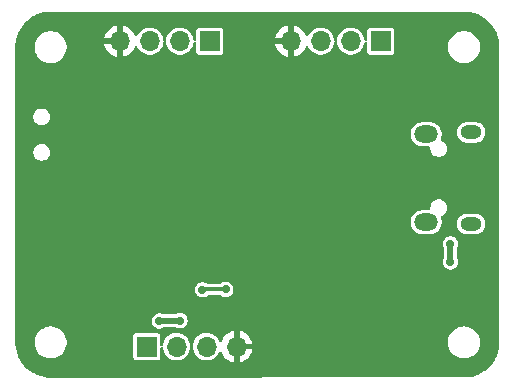
<source format=gbr>
%TF.GenerationSoftware,KiCad,Pcbnew,8.0.4*%
%TF.CreationDate,2024-08-10T16:36:54+03:00*%
%TF.ProjectId,KiCad_Course,4b694361-645f-4436-9f75-7273652e6b69,rev?*%
%TF.SameCoordinates,Original*%
%TF.FileFunction,Copper,L2,Bot*%
%TF.FilePolarity,Positive*%
%FSLAX46Y46*%
G04 Gerber Fmt 4.6, Leading zero omitted, Abs format (unit mm)*
G04 Created by KiCad (PCBNEW 8.0.4) date 2024-08-10 16:36:54*
%MOMM*%
%LPD*%
G01*
G04 APERTURE LIST*
%TA.AperFunction,ComponentPad*%
%ADD10R,1.700000X1.700000*%
%TD*%
%TA.AperFunction,ComponentPad*%
%ADD11O,1.700000X1.700000*%
%TD*%
%TA.AperFunction,ComponentPad*%
%ADD12O,1.800000X1.150000*%
%TD*%
%TA.AperFunction,ComponentPad*%
%ADD13O,2.000000X1.450000*%
%TD*%
%TA.AperFunction,ViaPad*%
%ADD14C,0.700000*%
%TD*%
%TA.AperFunction,ViaPad*%
%ADD15C,0.800000*%
%TD*%
%TA.AperFunction,Conductor*%
%ADD16C,0.300000*%
%TD*%
%TA.AperFunction,Conductor*%
%ADD17C,0.500000*%
%TD*%
G04 APERTURE END LIST*
D10*
%TO.P,J2,1,Pin_1*%
%TO.N,+3.3V*%
X143800000Y-91750000D03*
D11*
%TO.P,J2,2,Pin_2*%
%TO.N,/SWDIO*%
X141260000Y-91750000D03*
%TO.P,J2,3,Pin_3*%
%TO.N,/SWCLK*%
X138720000Y-91750000D03*
%TO.P,J2,4,Pin_4*%
%TO.N,GND*%
X136180000Y-91750000D03*
%TD*%
D10*
%TO.P,J4,1,Pin_1*%
%TO.N,+3.3V*%
X123970000Y-117600000D03*
D11*
%TO.P,J4,2,Pin_2*%
%TO.N,/I2C2_SCL*%
X126510000Y-117600000D03*
%TO.P,J4,3,Pin_3*%
%TO.N,/I2C2_SDA*%
X129050000Y-117600000D03*
%TO.P,J4,4,Pin_4*%
%TO.N,GND*%
X131590000Y-117600000D03*
%TD*%
D12*
%TO.P,J1,6,Shield*%
%TO.N,unconnected-(J1-Shield-Pad6)*%
X151450000Y-107225000D03*
D13*
%TO.N,unconnected-(J1-Shield-Pad6)_2*%
X147650000Y-107075000D03*
%TO.N,unconnected-(J1-Shield-Pad6)_1*%
X147650000Y-99625000D03*
D12*
%TO.N,unconnected-(J1-Shield-Pad6)_3*%
X151450000Y-99475000D03*
%TD*%
D10*
%TO.P,J3,1,Pin_1*%
%TO.N,+3.3V*%
X129330000Y-91750000D03*
D11*
%TO.P,J3,2,Pin_2*%
%TO.N,/USART1_TX*%
X126790000Y-91750000D03*
%TO.P,J3,3,Pin_3*%
%TO.N,/USART1_RX*%
X124250000Y-91750000D03*
%TO.P,J3,4,Pin_4*%
%TO.N,GND*%
X121710000Y-91750000D03*
%TD*%
D14*
%TO.N,+3.3V*%
X149700000Y-110450000D03*
X128703669Y-112798130D03*
X125050000Y-115450000D03*
X149700000Y-108900000D03*
X126800000Y-115400000D03*
X130669975Y-112769975D03*
%TO.N,GND*%
X146350000Y-102050000D03*
X136650000Y-102750000D03*
X132100000Y-107600000D03*
D15*
X141850000Y-111600000D03*
X145400000Y-112250000D03*
X141200000Y-107100000D03*
X140800000Y-111650000D03*
D14*
X127600000Y-101900000D03*
X150650000Y-109700000D03*
X127600000Y-105700000D03*
X123900000Y-100150000D03*
X122200000Y-111250000D03*
X117300000Y-96450000D03*
X122200000Y-108040000D03*
X122400000Y-101150000D03*
D15*
X141200000Y-108000000D03*
D14*
X128605025Y-110405025D03*
X120700000Y-100800000D03*
X123285037Y-103799202D03*
X119600000Y-106300000D03*
%TD*%
D16*
%TO.N,+3.3V*%
X128731824Y-112769975D02*
X128703669Y-112798130D01*
D17*
X125100000Y-115400000D02*
X125050000Y-115450000D01*
X126800000Y-115400000D02*
X125100000Y-115400000D01*
D16*
X130669975Y-112769975D02*
X128731824Y-112769975D01*
D17*
X149700000Y-110450000D02*
X149700000Y-108900000D01*
%TD*%
%TA.AperFunction,Conductor*%
%TO.N,GND*%
G36*
X150850855Y-89250011D02*
G01*
X151012269Y-89252274D01*
X151024390Y-89253041D01*
X151328553Y-89287312D01*
X151345992Y-89289277D01*
X151359700Y-89291606D01*
X151674366Y-89363426D01*
X151687725Y-89367273D01*
X151992392Y-89473881D01*
X152005228Y-89479199D01*
X152296025Y-89619239D01*
X152308195Y-89625965D01*
X152581486Y-89797685D01*
X152592827Y-89805732D01*
X152845173Y-90006971D01*
X152855541Y-90016237D01*
X153083762Y-90244458D01*
X153093028Y-90254826D01*
X153294267Y-90507172D01*
X153302314Y-90518513D01*
X153474034Y-90791804D01*
X153480760Y-90803974D01*
X153620798Y-91094766D01*
X153626120Y-91107613D01*
X153732725Y-91412272D01*
X153736574Y-91425635D01*
X153800911Y-91707516D01*
X153804020Y-91734907D01*
X153845597Y-117429308D01*
X153844817Y-117443393D01*
X153810722Y-117745992D01*
X153808393Y-117759700D01*
X153736573Y-118074366D01*
X153732724Y-118087729D01*
X153626120Y-118392386D01*
X153620798Y-118405233D01*
X153480760Y-118696025D01*
X153474034Y-118708195D01*
X153302314Y-118981486D01*
X153294267Y-118992827D01*
X153093028Y-119245173D01*
X153083762Y-119255541D01*
X152855541Y-119483762D01*
X152845173Y-119493028D01*
X152592827Y-119694267D01*
X152581486Y-119702314D01*
X152308195Y-119874034D01*
X152296025Y-119880760D01*
X152005233Y-120020798D01*
X151992386Y-120026120D01*
X151687726Y-120132725D01*
X151674362Y-120136574D01*
X151604880Y-120152432D01*
X151577591Y-120155541D01*
X115649267Y-120243171D01*
X115635082Y-120242391D01*
X115354008Y-120210723D01*
X115340298Y-120208394D01*
X115025632Y-120136573D01*
X115012270Y-120132724D01*
X114707613Y-120026120D01*
X114694766Y-120020798D01*
X114403974Y-119880760D01*
X114391804Y-119874034D01*
X114118513Y-119702314D01*
X114107172Y-119694267D01*
X113854826Y-119493028D01*
X113844458Y-119483762D01*
X113616237Y-119255541D01*
X113606971Y-119245173D01*
X113405732Y-118992827D01*
X113397685Y-118981486D01*
X113329788Y-118873429D01*
X113225964Y-118708193D01*
X113219239Y-118696025D01*
X113189513Y-118634298D01*
X113079199Y-118405228D01*
X113073879Y-118392386D01*
X113068987Y-118378406D01*
X112967273Y-118087725D01*
X112963426Y-118074366D01*
X112891606Y-117759700D01*
X112889277Y-117745992D01*
X112883650Y-117696048D01*
X112853041Y-117424390D01*
X112852274Y-117412269D01*
X112850012Y-117250855D01*
X112850000Y-117249117D01*
X112850000Y-117143713D01*
X114499500Y-117143713D01*
X114499500Y-117356286D01*
X114527674Y-117534174D01*
X114532754Y-117566243D01*
X114595612Y-117759700D01*
X114598444Y-117768414D01*
X114694951Y-117957820D01*
X114819890Y-118129786D01*
X114970213Y-118280109D01*
X115142179Y-118405048D01*
X115142181Y-118405049D01*
X115142184Y-118405051D01*
X115331588Y-118501557D01*
X115533757Y-118567246D01*
X115743713Y-118600500D01*
X115743714Y-118600500D01*
X115956286Y-118600500D01*
X115956287Y-118600500D01*
X116166243Y-118567246D01*
X116368412Y-118501557D01*
X116557816Y-118405051D01*
X116594490Y-118378406D01*
X116729786Y-118280109D01*
X116729788Y-118280106D01*
X116729792Y-118280104D01*
X116880104Y-118129792D01*
X116880106Y-118129788D01*
X116880109Y-118129786D01*
X117005048Y-117957820D01*
X117005047Y-117957820D01*
X117005051Y-117957816D01*
X117101557Y-117768412D01*
X117167246Y-117566243D01*
X117200500Y-117356287D01*
X117200500Y-117143713D01*
X117167246Y-116933757D01*
X117101557Y-116731588D01*
X117088077Y-116705131D01*
X122819500Y-116705131D01*
X122819500Y-118494856D01*
X122819502Y-118494882D01*
X122822413Y-118519987D01*
X122822415Y-118519991D01*
X122867793Y-118622764D01*
X122867794Y-118622765D01*
X122947235Y-118702206D01*
X123050009Y-118747585D01*
X123075135Y-118750500D01*
X124864864Y-118750499D01*
X124864879Y-118750497D01*
X124864882Y-118750497D01*
X124889987Y-118747586D01*
X124889988Y-118747585D01*
X124889991Y-118747585D01*
X124992765Y-118702206D01*
X125072206Y-118622765D01*
X125117585Y-118519991D01*
X125120500Y-118494865D01*
X125120499Y-117756046D01*
X125140183Y-117689009D01*
X125192987Y-117643254D01*
X125262146Y-117633310D01*
X125325702Y-117662335D01*
X125363476Y-117721113D01*
X125367970Y-117744606D01*
X125372454Y-117792993D01*
X125374244Y-117812310D01*
X125427675Y-118000099D01*
X125432596Y-118017392D01*
X125432596Y-118017394D01*
X125527632Y-118208253D01*
X125581892Y-118280104D01*
X125656128Y-118378407D01*
X125813698Y-118522052D01*
X125994981Y-118634298D01*
X126193802Y-118711321D01*
X126403390Y-118750500D01*
X126403392Y-118750500D01*
X126616608Y-118750500D01*
X126616610Y-118750500D01*
X126826198Y-118711321D01*
X127025019Y-118634298D01*
X127206302Y-118522052D01*
X127363872Y-118378407D01*
X127492366Y-118208255D01*
X127546270Y-118100000D01*
X127587403Y-118017394D01*
X127587403Y-118017393D01*
X127587405Y-118017389D01*
X127645756Y-117812310D01*
X127656529Y-117696047D01*
X127682315Y-117631111D01*
X127724622Y-117600804D01*
X127833130Y-117600804D01*
X127869503Y-117621668D01*
X127901693Y-117683681D01*
X127903470Y-117696047D01*
X127914244Y-117812310D01*
X127967675Y-118000099D01*
X127972596Y-118017392D01*
X127972596Y-118017394D01*
X128067632Y-118208253D01*
X128121892Y-118280104D01*
X128196128Y-118378407D01*
X128353698Y-118522052D01*
X128534981Y-118634298D01*
X128733802Y-118711321D01*
X128943390Y-118750500D01*
X128943392Y-118750500D01*
X129156608Y-118750500D01*
X129156610Y-118750500D01*
X129366198Y-118711321D01*
X129565019Y-118634298D01*
X129746302Y-118522052D01*
X129903872Y-118378407D01*
X130032366Y-118208255D01*
X130099325Y-118073781D01*
X130146825Y-118022548D01*
X130214488Y-118005126D01*
X130280828Y-118027051D01*
X130322705Y-118076651D01*
X130416399Y-118277578D01*
X130551894Y-118471082D01*
X130718917Y-118638105D01*
X130912421Y-118773600D01*
X131126507Y-118873429D01*
X131126516Y-118873433D01*
X131340000Y-118930634D01*
X131340000Y-118033012D01*
X131397007Y-118065925D01*
X131524174Y-118100000D01*
X131655826Y-118100000D01*
X131782993Y-118065925D01*
X131840000Y-118033012D01*
X131840000Y-118930633D01*
X132053483Y-118873433D01*
X132053492Y-118873429D01*
X132267578Y-118773600D01*
X132461082Y-118638105D01*
X132628105Y-118471082D01*
X132763600Y-118277578D01*
X132863429Y-118063492D01*
X132863432Y-118063486D01*
X132920636Y-117850000D01*
X132023012Y-117850000D01*
X132055925Y-117792993D01*
X132090000Y-117665826D01*
X132090000Y-117534174D01*
X132055925Y-117407007D01*
X132023012Y-117350000D01*
X132920636Y-117350000D01*
X132920635Y-117349999D01*
X132865361Y-117143713D01*
X149499500Y-117143713D01*
X149499500Y-117356286D01*
X149527674Y-117534174D01*
X149532754Y-117566243D01*
X149595612Y-117759700D01*
X149598444Y-117768414D01*
X149694951Y-117957820D01*
X149819890Y-118129786D01*
X149970213Y-118280109D01*
X150142179Y-118405048D01*
X150142181Y-118405049D01*
X150142184Y-118405051D01*
X150331588Y-118501557D01*
X150533757Y-118567246D01*
X150743713Y-118600500D01*
X150743714Y-118600500D01*
X150956286Y-118600500D01*
X150956287Y-118600500D01*
X151166243Y-118567246D01*
X151368412Y-118501557D01*
X151557816Y-118405051D01*
X151594490Y-118378406D01*
X151729786Y-118280109D01*
X151729788Y-118280106D01*
X151729792Y-118280104D01*
X151880104Y-118129792D01*
X151880106Y-118129788D01*
X151880109Y-118129786D01*
X152005048Y-117957820D01*
X152005047Y-117957820D01*
X152005051Y-117957816D01*
X152101557Y-117768412D01*
X152167246Y-117566243D01*
X152200500Y-117356287D01*
X152200500Y-117143713D01*
X152167246Y-116933757D01*
X152101557Y-116731588D01*
X152005051Y-116542184D01*
X152005049Y-116542181D01*
X152005048Y-116542179D01*
X151880109Y-116370213D01*
X151729786Y-116219890D01*
X151557820Y-116094951D01*
X151368414Y-115998444D01*
X151368413Y-115998443D01*
X151368412Y-115998443D01*
X151166243Y-115932754D01*
X151166241Y-115932753D01*
X151166240Y-115932753D01*
X151004957Y-115907208D01*
X150956287Y-115899500D01*
X150743713Y-115899500D01*
X150695042Y-115907208D01*
X150533760Y-115932753D01*
X150533757Y-115932754D01*
X150359780Y-115989283D01*
X150331585Y-115998444D01*
X150142179Y-116094951D01*
X149970213Y-116219890D01*
X149819890Y-116370213D01*
X149694951Y-116542179D01*
X149598444Y-116731585D01*
X149532753Y-116933760D01*
X149499500Y-117143713D01*
X132865361Y-117143713D01*
X132863432Y-117136513D01*
X132863429Y-117136507D01*
X132763600Y-116922422D01*
X132763599Y-116922420D01*
X132628113Y-116728926D01*
X132628108Y-116728920D01*
X132461082Y-116561894D01*
X132267578Y-116426399D01*
X132053492Y-116326570D01*
X132053486Y-116326567D01*
X131840000Y-116269364D01*
X131840000Y-117166988D01*
X131782993Y-117134075D01*
X131655826Y-117100000D01*
X131524174Y-117100000D01*
X131397007Y-117134075D01*
X131340000Y-117166988D01*
X131340000Y-116269364D01*
X131339999Y-116269364D01*
X131126513Y-116326567D01*
X131126507Y-116326570D01*
X130912422Y-116426399D01*
X130912420Y-116426400D01*
X130718926Y-116561886D01*
X130718920Y-116561891D01*
X130551891Y-116728920D01*
X130551886Y-116728926D01*
X130416400Y-116922420D01*
X130416399Y-116922422D01*
X130322705Y-117123348D01*
X130276532Y-117175787D01*
X130209339Y-117194939D01*
X130142457Y-117174723D01*
X130099324Y-117126216D01*
X130032366Y-116991745D01*
X129988577Y-116933760D01*
X129903872Y-116821593D01*
X129746302Y-116677948D01*
X129565019Y-116565702D01*
X129565017Y-116565701D01*
X129465608Y-116527190D01*
X129366198Y-116488679D01*
X129156610Y-116449500D01*
X128943390Y-116449500D01*
X128733802Y-116488679D01*
X128733799Y-116488679D01*
X128733799Y-116488680D01*
X128534982Y-116565701D01*
X128534980Y-116565702D01*
X128353699Y-116677947D01*
X128196127Y-116821593D01*
X128067632Y-116991746D01*
X127972596Y-117182605D01*
X127972596Y-117182607D01*
X127914244Y-117387689D01*
X127903471Y-117503951D01*
X127877685Y-117568888D01*
X127833130Y-117600804D01*
X127724622Y-117600804D01*
X127726869Y-117599194D01*
X127690497Y-117578331D01*
X127658307Y-117516318D01*
X127656529Y-117503951D01*
X127653175Y-117467759D01*
X127645756Y-117387690D01*
X127587405Y-117182611D01*
X127587403Y-117182606D01*
X127587403Y-117182605D01*
X127492367Y-116991746D01*
X127363872Y-116821593D01*
X127206302Y-116677948D01*
X127025019Y-116565702D01*
X127025017Y-116565701D01*
X126925608Y-116527190D01*
X126826198Y-116488679D01*
X126616610Y-116449500D01*
X126403390Y-116449500D01*
X126193802Y-116488679D01*
X126193799Y-116488679D01*
X126193799Y-116488680D01*
X125994982Y-116565701D01*
X125994980Y-116565702D01*
X125813699Y-116677947D01*
X125656127Y-116821593D01*
X125527632Y-116991746D01*
X125432596Y-117182605D01*
X125432596Y-117182607D01*
X125374244Y-117387689D01*
X125367970Y-117455394D01*
X125342183Y-117520331D01*
X125285383Y-117561018D01*
X125215602Y-117564538D01*
X125154995Y-117529772D01*
X125122806Y-117467759D01*
X125120499Y-117443952D01*
X125120499Y-116705143D01*
X125120499Y-116705136D01*
X125120497Y-116705117D01*
X125117586Y-116680012D01*
X125117585Y-116680010D01*
X125117585Y-116680009D01*
X125072206Y-116577235D01*
X124992765Y-116497794D01*
X124972124Y-116488680D01*
X124889992Y-116452415D01*
X124864865Y-116449500D01*
X123075143Y-116449500D01*
X123075117Y-116449502D01*
X123050012Y-116452413D01*
X123050008Y-116452415D01*
X122947235Y-116497793D01*
X122867794Y-116577234D01*
X122822415Y-116680006D01*
X122822415Y-116680008D01*
X122819500Y-116705131D01*
X117088077Y-116705131D01*
X117005051Y-116542184D01*
X117005049Y-116542181D01*
X117005048Y-116542179D01*
X116880109Y-116370213D01*
X116729786Y-116219890D01*
X116557820Y-116094951D01*
X116368414Y-115998444D01*
X116368413Y-115998443D01*
X116368412Y-115998443D01*
X116166243Y-115932754D01*
X116166241Y-115932753D01*
X116166240Y-115932753D01*
X116004957Y-115907208D01*
X115956287Y-115899500D01*
X115743713Y-115899500D01*
X115695042Y-115907208D01*
X115533760Y-115932753D01*
X115533757Y-115932754D01*
X115359780Y-115989283D01*
X115331585Y-115998444D01*
X115142179Y-116094951D01*
X114970213Y-116219890D01*
X114819890Y-116370213D01*
X114694951Y-116542179D01*
X114598444Y-116731585D01*
X114532753Y-116933760D01*
X114499500Y-117143713D01*
X112850000Y-117143713D01*
X112850000Y-115449999D01*
X124394722Y-115449999D01*
X124394722Y-115450000D01*
X124413762Y-115606818D01*
X124450818Y-115704524D01*
X124469780Y-115754523D01*
X124559517Y-115884530D01*
X124677760Y-115989283D01*
X124677762Y-115989284D01*
X124817634Y-116062696D01*
X124971014Y-116100500D01*
X124971015Y-116100500D01*
X125128985Y-116100500D01*
X125282365Y-116062696D01*
X125422233Y-115989287D01*
X125422234Y-115989285D01*
X125422240Y-115989283D01*
X125430818Y-115981683D01*
X125494050Y-115951963D01*
X125513044Y-115950500D01*
X126418569Y-115950500D01*
X126476194Y-115964703D01*
X126567635Y-116012696D01*
X126644325Y-116031598D01*
X126721014Y-116050500D01*
X126721015Y-116050500D01*
X126878985Y-116050500D01*
X127032365Y-116012696D01*
X127172240Y-115939283D01*
X127290483Y-115834530D01*
X127380220Y-115704523D01*
X127436237Y-115556818D01*
X127455278Y-115400000D01*
X127436237Y-115243182D01*
X127380220Y-115095477D01*
X127290483Y-114965470D01*
X127172240Y-114860717D01*
X127172238Y-114860716D01*
X127172237Y-114860715D01*
X127032365Y-114787303D01*
X126878986Y-114749500D01*
X126878985Y-114749500D01*
X126721015Y-114749500D01*
X126721014Y-114749500D01*
X126567636Y-114787303D01*
X126521763Y-114811379D01*
X126476194Y-114835296D01*
X126418569Y-114849500D01*
X125336166Y-114849500D01*
X125290069Y-114838137D01*
X125289377Y-114839963D01*
X125282365Y-114837303D01*
X125128986Y-114799500D01*
X125128985Y-114799500D01*
X124971015Y-114799500D01*
X124971014Y-114799500D01*
X124817634Y-114837303D01*
X124677762Y-114910715D01*
X124559516Y-115015471D01*
X124469781Y-115145475D01*
X124469780Y-115145476D01*
X124413762Y-115293181D01*
X124394722Y-115449999D01*
X112850000Y-115449999D01*
X112850000Y-112798129D01*
X128048391Y-112798129D01*
X128048391Y-112798130D01*
X128067431Y-112954948D01*
X128123449Y-113102653D01*
X128213186Y-113232660D01*
X128331429Y-113337413D01*
X128331431Y-113337414D01*
X128471303Y-113410826D01*
X128624683Y-113448630D01*
X128624684Y-113448630D01*
X128782654Y-113448630D01*
X128936034Y-113410826D01*
X128989678Y-113382671D01*
X129075909Y-113337413D01*
X129172706Y-113251658D01*
X129235940Y-113221938D01*
X129254933Y-113220475D01*
X130150492Y-113220475D01*
X130217531Y-113240160D01*
X130232716Y-113251657D01*
X130297735Y-113309258D01*
X130297737Y-113309259D01*
X130437609Y-113382671D01*
X130590989Y-113420475D01*
X130590990Y-113420475D01*
X130748960Y-113420475D01*
X130902340Y-113382671D01*
X131042215Y-113309258D01*
X131160458Y-113204505D01*
X131250195Y-113074498D01*
X131306212Y-112926793D01*
X131325253Y-112769975D01*
X131309631Y-112641311D01*
X131306212Y-112613156D01*
X131284967Y-112557139D01*
X131250195Y-112465452D01*
X131160458Y-112335445D01*
X131042215Y-112230692D01*
X131042213Y-112230691D01*
X131042212Y-112230690D01*
X130902340Y-112157278D01*
X130748961Y-112119475D01*
X130748960Y-112119475D01*
X130590990Y-112119475D01*
X130590989Y-112119475D01*
X130437609Y-112157278D01*
X130297737Y-112230690D01*
X130232719Y-112288291D01*
X130169485Y-112318012D01*
X130150492Y-112319475D01*
X129191371Y-112319475D01*
X129124332Y-112299790D01*
X129109144Y-112288290D01*
X129075912Y-112258849D01*
X129075904Y-112258844D01*
X128936034Y-112185433D01*
X128782655Y-112147630D01*
X128782654Y-112147630D01*
X128624684Y-112147630D01*
X128624683Y-112147630D01*
X128471303Y-112185433D01*
X128331431Y-112258845D01*
X128213185Y-112363601D01*
X128123450Y-112493605D01*
X128123449Y-112493606D01*
X128067431Y-112641311D01*
X128048391Y-112798129D01*
X112850000Y-112798129D01*
X112850000Y-108899999D01*
X149044722Y-108899999D01*
X149044722Y-108900000D01*
X149063762Y-109056818D01*
X149119780Y-109204523D01*
X149127548Y-109215777D01*
X149149433Y-109282130D01*
X149149500Y-109286219D01*
X149149500Y-110063780D01*
X149129815Y-110130819D01*
X149127552Y-110134217D01*
X149119780Y-110145476D01*
X149063762Y-110293181D01*
X149044722Y-110449999D01*
X149044722Y-110450000D01*
X149063762Y-110606818D01*
X149119780Y-110754523D01*
X149209517Y-110884530D01*
X149327760Y-110989283D01*
X149327762Y-110989284D01*
X149467634Y-111062696D01*
X149621014Y-111100500D01*
X149621015Y-111100500D01*
X149778985Y-111100500D01*
X149932365Y-111062696D01*
X150072240Y-110989283D01*
X150190483Y-110884530D01*
X150280220Y-110754523D01*
X150336237Y-110606818D01*
X150355278Y-110450000D01*
X150336237Y-110293182D01*
X150280220Y-110145477D01*
X150272448Y-110134217D01*
X150250567Y-110067862D01*
X150250500Y-110063780D01*
X150250500Y-109286219D01*
X150270185Y-109219180D01*
X150272434Y-109215802D01*
X150280220Y-109204523D01*
X150336237Y-109056818D01*
X150355278Y-108900000D01*
X150336237Y-108743182D01*
X150280220Y-108595477D01*
X150190483Y-108465470D01*
X150072240Y-108360717D01*
X150072238Y-108360716D01*
X150072237Y-108360715D01*
X149932365Y-108287303D01*
X149778986Y-108249500D01*
X149778985Y-108249500D01*
X149621015Y-108249500D01*
X149621014Y-108249500D01*
X149467634Y-108287303D01*
X149327762Y-108360715D01*
X149209516Y-108465471D01*
X149119781Y-108595475D01*
X149119780Y-108595476D01*
X149063762Y-108743181D01*
X149044722Y-108899999D01*
X112850000Y-108899999D01*
X112850000Y-106973992D01*
X146349500Y-106973992D01*
X146349500Y-107176007D01*
X146388907Y-107374119D01*
X146388909Y-107374127D01*
X146466212Y-107560752D01*
X146466217Y-107560762D01*
X146578441Y-107728718D01*
X146721281Y-107871558D01*
X146889237Y-107983782D01*
X146889241Y-107983784D01*
X146889244Y-107983786D01*
X147075873Y-108061091D01*
X147273992Y-108100499D01*
X147273996Y-108100500D01*
X147273997Y-108100500D01*
X148026004Y-108100500D01*
X148026005Y-108100499D01*
X148224127Y-108061091D01*
X148410756Y-107983786D01*
X148578718Y-107871558D01*
X148721558Y-107728718D01*
X148833786Y-107560756D01*
X148911091Y-107374127D01*
X148950500Y-107176003D01*
X148950500Y-107138766D01*
X150249500Y-107138766D01*
X150249500Y-107311233D01*
X150283143Y-107480366D01*
X150283146Y-107480378D01*
X150349138Y-107639698D01*
X150349145Y-107639711D01*
X150444954Y-107783098D01*
X150444957Y-107783102D01*
X150566897Y-107905042D01*
X150566901Y-107905045D01*
X150710288Y-108000854D01*
X150710301Y-108000861D01*
X150855708Y-108061090D01*
X150869626Y-108066855D01*
X151038766Y-108100499D01*
X151038769Y-108100500D01*
X151038771Y-108100500D01*
X151861231Y-108100500D01*
X151861232Y-108100499D01*
X152030374Y-108066855D01*
X152189705Y-108000858D01*
X152333099Y-107905045D01*
X152455045Y-107783099D01*
X152550858Y-107639705D01*
X152616855Y-107480374D01*
X152650500Y-107311229D01*
X152650500Y-107138771D01*
X152650500Y-107138768D01*
X152650499Y-107138766D01*
X152616856Y-106969633D01*
X152616855Y-106969626D01*
X152616853Y-106969621D01*
X152550861Y-106810301D01*
X152550854Y-106810288D01*
X152455045Y-106666901D01*
X152455042Y-106666897D01*
X152333102Y-106544957D01*
X152333098Y-106544954D01*
X152189711Y-106449145D01*
X152189698Y-106449138D01*
X152030378Y-106383146D01*
X152030366Y-106383143D01*
X151861232Y-106349500D01*
X151861229Y-106349500D01*
X151038771Y-106349500D01*
X151038768Y-106349500D01*
X150869633Y-106383143D01*
X150869621Y-106383146D01*
X150710301Y-106449138D01*
X150710288Y-106449145D01*
X150566901Y-106544954D01*
X150566897Y-106544957D01*
X150444957Y-106666897D01*
X150444954Y-106666901D01*
X150349145Y-106810288D01*
X150349138Y-106810301D01*
X150283146Y-106969621D01*
X150283143Y-106969633D01*
X150249500Y-107138766D01*
X148950500Y-107138766D01*
X148950500Y-106973997D01*
X148911091Y-106775873D01*
X148869932Y-106676507D01*
X148862463Y-106607037D01*
X148893738Y-106544558D01*
X148944060Y-106514700D01*
X148943207Y-106512452D01*
X148950222Y-106509790D01*
X148950225Y-106509790D01*
X149100852Y-106430734D01*
X149228183Y-106317929D01*
X149324818Y-106177930D01*
X149385140Y-106018872D01*
X149405645Y-105850000D01*
X149385140Y-105681128D01*
X149324818Y-105522070D01*
X149228183Y-105382071D01*
X149100852Y-105269266D01*
X149100849Y-105269263D01*
X148950226Y-105190210D01*
X148785056Y-105149500D01*
X148614944Y-105149500D01*
X148449773Y-105190210D01*
X148299150Y-105269263D01*
X148171816Y-105382072D01*
X148075182Y-105522068D01*
X148014860Y-105681125D01*
X148014859Y-105681130D01*
X147994355Y-105849999D01*
X148001708Y-105910553D01*
X147990248Y-105979476D01*
X147943344Y-106031263D01*
X147878612Y-106049500D01*
X147273992Y-106049500D01*
X147075880Y-106088907D01*
X147075872Y-106088909D01*
X146889247Y-106166212D01*
X146889237Y-106166217D01*
X146721281Y-106278441D01*
X146578441Y-106421281D01*
X146466217Y-106589237D01*
X146466212Y-106589247D01*
X146388909Y-106775872D01*
X146388907Y-106775880D01*
X146349500Y-106973992D01*
X112850000Y-106973992D01*
X112850000Y-101218995D01*
X114389499Y-101218995D01*
X114416418Y-101354322D01*
X114416421Y-101354332D01*
X114469221Y-101481804D01*
X114469228Y-101481817D01*
X114545885Y-101596541D01*
X114545888Y-101596545D01*
X114643454Y-101694111D01*
X114643458Y-101694114D01*
X114758182Y-101770771D01*
X114758195Y-101770778D01*
X114885667Y-101823578D01*
X114885672Y-101823580D01*
X114885676Y-101823580D01*
X114885677Y-101823581D01*
X115021004Y-101850500D01*
X115021007Y-101850500D01*
X115158995Y-101850500D01*
X115250041Y-101832389D01*
X115294328Y-101823580D01*
X115421811Y-101770775D01*
X115536542Y-101694114D01*
X115634114Y-101596542D01*
X115710775Y-101481811D01*
X115763580Y-101354328D01*
X115790500Y-101218993D01*
X115790500Y-101081007D01*
X115790500Y-101081004D01*
X115763581Y-100945677D01*
X115763580Y-100945676D01*
X115763580Y-100945672D01*
X115723952Y-100850000D01*
X115710778Y-100818195D01*
X115710771Y-100818182D01*
X115634114Y-100703458D01*
X115634111Y-100703454D01*
X115536545Y-100605888D01*
X115536541Y-100605885D01*
X115421817Y-100529228D01*
X115421804Y-100529221D01*
X115294332Y-100476421D01*
X115294322Y-100476418D01*
X115158995Y-100449500D01*
X115158993Y-100449500D01*
X115021007Y-100449500D01*
X115021005Y-100449500D01*
X114885677Y-100476418D01*
X114885667Y-100476421D01*
X114758195Y-100529221D01*
X114758182Y-100529228D01*
X114643458Y-100605885D01*
X114643454Y-100605888D01*
X114545888Y-100703454D01*
X114545885Y-100703458D01*
X114469228Y-100818182D01*
X114469221Y-100818195D01*
X114416421Y-100945667D01*
X114416418Y-100945677D01*
X114389500Y-101081004D01*
X114389500Y-101081007D01*
X114389500Y-101218993D01*
X114389500Y-101218995D01*
X114389499Y-101218995D01*
X112850000Y-101218995D01*
X112850000Y-99523992D01*
X146349500Y-99523992D01*
X146349500Y-99726007D01*
X146388907Y-99924119D01*
X146388909Y-99924127D01*
X146466212Y-100110752D01*
X146466217Y-100110762D01*
X146578441Y-100278718D01*
X146721281Y-100421558D01*
X146889237Y-100533782D01*
X146889241Y-100533784D01*
X146889244Y-100533786D01*
X147075873Y-100611091D01*
X147273484Y-100650398D01*
X147273992Y-100650499D01*
X147273996Y-100650500D01*
X147878612Y-100650500D01*
X147945651Y-100670185D01*
X147991406Y-100722989D01*
X148001707Y-100789445D01*
X147998218Y-100818189D01*
X147994355Y-100850000D01*
X148014859Y-101018869D01*
X148014860Y-101018874D01*
X148075182Y-101177931D01*
X148103526Y-101218993D01*
X148171817Y-101317929D01*
X148212908Y-101354332D01*
X148299150Y-101430736D01*
X148396477Y-101481817D01*
X148449775Y-101509790D01*
X148614944Y-101550500D01*
X148785056Y-101550500D01*
X148950225Y-101509790D01*
X149029692Y-101468081D01*
X149100849Y-101430736D01*
X149100850Y-101430734D01*
X149100852Y-101430734D01*
X149228183Y-101317929D01*
X149324818Y-101177930D01*
X149385140Y-101018872D01*
X149405645Y-100850000D01*
X149385140Y-100681128D01*
X149373524Y-100650500D01*
X149356604Y-100605885D01*
X149324818Y-100522070D01*
X149293306Y-100476418D01*
X149255439Y-100421558D01*
X149228183Y-100382071D01*
X149100852Y-100269266D01*
X149100849Y-100269263D01*
X148950225Y-100190209D01*
X148943210Y-100187549D01*
X148944131Y-100185119D01*
X148894438Y-100156186D01*
X148862649Y-100093967D01*
X148869544Y-100024439D01*
X148869932Y-100023492D01*
X148911091Y-99924127D01*
X148950500Y-99726003D01*
X148950500Y-99523997D01*
X148923601Y-99388766D01*
X150249500Y-99388766D01*
X150249500Y-99561233D01*
X150283143Y-99730366D01*
X150283146Y-99730378D01*
X150349138Y-99889698D01*
X150349145Y-99889711D01*
X150444954Y-100033098D01*
X150444957Y-100033102D01*
X150566897Y-100155042D01*
X150566901Y-100155045D01*
X150710288Y-100250854D01*
X150710301Y-100250861D01*
X150869621Y-100316853D01*
X150869626Y-100316855D01*
X151038766Y-100350499D01*
X151038769Y-100350500D01*
X151038771Y-100350500D01*
X151861231Y-100350500D01*
X151861232Y-100350499D01*
X152030374Y-100316855D01*
X152189705Y-100250858D01*
X152333099Y-100155045D01*
X152455045Y-100033099D01*
X152550858Y-99889705D01*
X152616855Y-99730374D01*
X152650500Y-99561229D01*
X152650500Y-99388771D01*
X152650500Y-99388768D01*
X152650499Y-99388766D01*
X152637989Y-99325873D01*
X152616855Y-99219626D01*
X152583557Y-99139237D01*
X152550861Y-99060301D01*
X152550854Y-99060288D01*
X152455045Y-98916901D01*
X152455042Y-98916897D01*
X152333102Y-98794957D01*
X152333098Y-98794954D01*
X152189711Y-98699145D01*
X152189698Y-98699138D01*
X152030378Y-98633146D01*
X152030366Y-98633143D01*
X151861232Y-98599500D01*
X151861229Y-98599500D01*
X151038771Y-98599500D01*
X151038768Y-98599500D01*
X150869633Y-98633143D01*
X150869621Y-98633146D01*
X150710301Y-98699138D01*
X150710288Y-98699145D01*
X150566901Y-98794954D01*
X150566897Y-98794957D01*
X150444957Y-98916897D01*
X150444954Y-98916901D01*
X150349145Y-99060288D01*
X150349138Y-99060301D01*
X150283146Y-99219621D01*
X150283143Y-99219633D01*
X150249500Y-99388766D01*
X148923601Y-99388766D01*
X148911091Y-99325873D01*
X148833786Y-99139244D01*
X148833784Y-99139241D01*
X148833782Y-99139237D01*
X148721558Y-98971281D01*
X148578718Y-98828441D01*
X148410762Y-98716217D01*
X148410752Y-98716212D01*
X148224127Y-98638909D01*
X148224119Y-98638907D01*
X148026007Y-98599500D01*
X148026003Y-98599500D01*
X147273997Y-98599500D01*
X147273992Y-98599500D01*
X147075880Y-98638907D01*
X147075872Y-98638909D01*
X146889247Y-98716212D01*
X146889237Y-98716217D01*
X146721281Y-98828441D01*
X146578441Y-98971281D01*
X146466217Y-99139237D01*
X146466212Y-99139247D01*
X146388909Y-99325872D01*
X146388907Y-99325880D01*
X146349500Y-99523992D01*
X112850000Y-99523992D01*
X112850000Y-98218995D01*
X114389499Y-98218995D01*
X114416418Y-98354322D01*
X114416421Y-98354332D01*
X114469221Y-98481804D01*
X114469228Y-98481817D01*
X114545885Y-98596541D01*
X114545888Y-98596545D01*
X114643454Y-98694111D01*
X114643458Y-98694114D01*
X114758182Y-98770771D01*
X114758195Y-98770778D01*
X114885667Y-98823578D01*
X114885672Y-98823580D01*
X114885676Y-98823580D01*
X114885677Y-98823581D01*
X115021004Y-98850500D01*
X115021007Y-98850500D01*
X115158995Y-98850500D01*
X115269890Y-98828441D01*
X115294328Y-98823580D01*
X115421811Y-98770775D01*
X115536542Y-98694114D01*
X115634114Y-98596542D01*
X115710775Y-98481811D01*
X115763580Y-98354328D01*
X115790500Y-98218993D01*
X115790500Y-98081007D01*
X115790500Y-98081004D01*
X115763581Y-97945677D01*
X115763580Y-97945676D01*
X115763580Y-97945672D01*
X115763578Y-97945667D01*
X115710778Y-97818195D01*
X115710771Y-97818182D01*
X115634114Y-97703458D01*
X115634111Y-97703454D01*
X115536545Y-97605888D01*
X115536541Y-97605885D01*
X115421817Y-97529228D01*
X115421804Y-97529221D01*
X115294332Y-97476421D01*
X115294322Y-97476418D01*
X115158995Y-97449500D01*
X115158993Y-97449500D01*
X115021007Y-97449500D01*
X115021005Y-97449500D01*
X114885677Y-97476418D01*
X114885667Y-97476421D01*
X114758195Y-97529221D01*
X114758182Y-97529228D01*
X114643458Y-97605885D01*
X114643454Y-97605888D01*
X114545888Y-97703454D01*
X114545885Y-97703458D01*
X114469228Y-97818182D01*
X114469221Y-97818195D01*
X114416421Y-97945667D01*
X114416418Y-97945677D01*
X114389500Y-98081004D01*
X114389500Y-98081007D01*
X114389500Y-98218993D01*
X114389500Y-98218995D01*
X114389499Y-98218995D01*
X112850000Y-98218995D01*
X112850000Y-92250882D01*
X112850012Y-92249144D01*
X112850327Y-92226651D01*
X112851489Y-92143713D01*
X114499500Y-92143713D01*
X114499500Y-92356287D01*
X114532754Y-92566243D01*
X114558305Y-92644882D01*
X114598444Y-92768414D01*
X114694951Y-92957820D01*
X114819890Y-93129786D01*
X114970213Y-93280109D01*
X115142179Y-93405048D01*
X115142181Y-93405049D01*
X115142184Y-93405051D01*
X115331588Y-93501557D01*
X115533757Y-93567246D01*
X115743713Y-93600500D01*
X115743714Y-93600500D01*
X115956286Y-93600500D01*
X115956287Y-93600500D01*
X116166243Y-93567246D01*
X116368412Y-93501557D01*
X116557816Y-93405051D01*
X116579789Y-93389086D01*
X116729786Y-93280109D01*
X116729788Y-93280106D01*
X116729792Y-93280104D01*
X116880104Y-93129792D01*
X116880106Y-93129788D01*
X116880109Y-93129786D01*
X117005048Y-92957820D01*
X117005047Y-92957820D01*
X117005051Y-92957816D01*
X117101557Y-92768412D01*
X117167246Y-92566243D01*
X117200500Y-92356287D01*
X117200500Y-92143713D01*
X117167246Y-91933757D01*
X117101557Y-91731588D01*
X117005051Y-91542184D01*
X117005049Y-91542181D01*
X117005048Y-91542179D01*
X116974403Y-91499999D01*
X120379364Y-91499999D01*
X120379364Y-91500000D01*
X121276988Y-91500000D01*
X121244075Y-91557007D01*
X121210000Y-91684174D01*
X121210000Y-91815826D01*
X121244075Y-91942993D01*
X121276988Y-92000000D01*
X120379364Y-92000000D01*
X120436567Y-92213486D01*
X120436570Y-92213492D01*
X120536399Y-92427578D01*
X120671894Y-92621082D01*
X120838917Y-92788105D01*
X121032421Y-92923600D01*
X121246507Y-93023429D01*
X121246516Y-93023433D01*
X121460000Y-93080634D01*
X121460000Y-92183012D01*
X121517007Y-92215925D01*
X121644174Y-92250000D01*
X121775826Y-92250000D01*
X121902993Y-92215925D01*
X121960000Y-92183012D01*
X121960000Y-93080633D01*
X122173483Y-93023433D01*
X122173492Y-93023429D01*
X122387578Y-92923600D01*
X122581082Y-92788105D01*
X122748105Y-92621082D01*
X122883600Y-92427578D01*
X122977294Y-92226651D01*
X123023466Y-92174212D01*
X123090660Y-92155060D01*
X123157541Y-92175276D01*
X123200676Y-92223785D01*
X123267632Y-92358253D01*
X123396127Y-92528406D01*
X123396128Y-92528407D01*
X123553698Y-92672052D01*
X123734981Y-92784298D01*
X123933802Y-92861321D01*
X124143390Y-92900500D01*
X124143392Y-92900500D01*
X124356608Y-92900500D01*
X124356610Y-92900500D01*
X124566198Y-92861321D01*
X124765019Y-92784298D01*
X124946302Y-92672052D01*
X125103872Y-92528407D01*
X125232366Y-92358255D01*
X125286270Y-92250000D01*
X125327403Y-92167394D01*
X125327403Y-92167393D01*
X125327405Y-92167389D01*
X125385756Y-91962310D01*
X125396529Y-91846047D01*
X125422315Y-91781111D01*
X125464622Y-91750804D01*
X125573130Y-91750804D01*
X125609503Y-91771668D01*
X125641693Y-91833681D01*
X125643470Y-91846047D01*
X125654244Y-91962310D01*
X125707675Y-92150099D01*
X125712596Y-92167392D01*
X125712596Y-92167394D01*
X125807632Y-92358253D01*
X125936127Y-92528406D01*
X125936128Y-92528407D01*
X126093698Y-92672052D01*
X126274981Y-92784298D01*
X126473802Y-92861321D01*
X126683390Y-92900500D01*
X126683392Y-92900500D01*
X126896608Y-92900500D01*
X126896610Y-92900500D01*
X127106198Y-92861321D01*
X127305019Y-92784298D01*
X127486302Y-92672052D01*
X127643872Y-92528407D01*
X127772366Y-92358255D01*
X127826270Y-92250000D01*
X127867403Y-92167394D01*
X127867403Y-92167393D01*
X127867405Y-92167389D01*
X127925756Y-91962310D01*
X127932029Y-91894605D01*
X127957814Y-91829669D01*
X128014614Y-91788981D01*
X128084395Y-91785461D01*
X128145002Y-91820225D01*
X128177193Y-91882238D01*
X128179500Y-91906047D01*
X128179500Y-92644856D01*
X128179502Y-92644882D01*
X128182413Y-92669987D01*
X128182415Y-92669991D01*
X128227793Y-92772764D01*
X128227794Y-92772765D01*
X128307235Y-92852206D01*
X128410009Y-92897585D01*
X128435135Y-92900500D01*
X130224864Y-92900499D01*
X130224879Y-92900497D01*
X130224882Y-92900497D01*
X130249987Y-92897586D01*
X130249988Y-92897585D01*
X130249991Y-92897585D01*
X130352765Y-92852206D01*
X130432206Y-92772765D01*
X130477585Y-92669991D01*
X130480500Y-92644865D01*
X130480499Y-91499999D01*
X134849364Y-91499999D01*
X134849364Y-91500000D01*
X135746988Y-91500000D01*
X135714075Y-91557007D01*
X135680000Y-91684174D01*
X135680000Y-91815826D01*
X135714075Y-91942993D01*
X135746988Y-92000000D01*
X134849364Y-92000000D01*
X134906567Y-92213486D01*
X134906570Y-92213492D01*
X135006399Y-92427578D01*
X135141894Y-92621082D01*
X135308917Y-92788105D01*
X135502421Y-92923600D01*
X135716507Y-93023429D01*
X135716516Y-93023433D01*
X135930000Y-93080634D01*
X135930000Y-92183012D01*
X135987007Y-92215925D01*
X136114174Y-92250000D01*
X136245826Y-92250000D01*
X136372993Y-92215925D01*
X136430000Y-92183012D01*
X136430000Y-93080633D01*
X136643483Y-93023433D01*
X136643492Y-93023429D01*
X136857578Y-92923600D01*
X137051082Y-92788105D01*
X137218105Y-92621082D01*
X137353600Y-92427578D01*
X137447294Y-92226651D01*
X137493466Y-92174212D01*
X137560660Y-92155060D01*
X137627541Y-92175276D01*
X137670676Y-92223785D01*
X137737632Y-92358253D01*
X137866127Y-92528406D01*
X137866128Y-92528407D01*
X138023698Y-92672052D01*
X138204981Y-92784298D01*
X138403802Y-92861321D01*
X138613390Y-92900500D01*
X138613392Y-92900500D01*
X138826608Y-92900500D01*
X138826610Y-92900500D01*
X139036198Y-92861321D01*
X139235019Y-92784298D01*
X139416302Y-92672052D01*
X139573872Y-92528407D01*
X139702366Y-92358255D01*
X139756270Y-92250000D01*
X139797403Y-92167394D01*
X139797403Y-92167393D01*
X139797405Y-92167389D01*
X139855756Y-91962310D01*
X139866529Y-91846047D01*
X139892315Y-91781111D01*
X139934622Y-91750804D01*
X140043130Y-91750804D01*
X140079503Y-91771668D01*
X140111693Y-91833681D01*
X140113470Y-91846047D01*
X140124244Y-91962310D01*
X140177675Y-92150099D01*
X140182596Y-92167392D01*
X140182596Y-92167394D01*
X140277632Y-92358253D01*
X140406127Y-92528406D01*
X140406128Y-92528407D01*
X140563698Y-92672052D01*
X140744981Y-92784298D01*
X140943802Y-92861321D01*
X141153390Y-92900500D01*
X141153392Y-92900500D01*
X141366608Y-92900500D01*
X141366610Y-92900500D01*
X141576198Y-92861321D01*
X141775019Y-92784298D01*
X141956302Y-92672052D01*
X142113872Y-92528407D01*
X142242366Y-92358255D01*
X142296270Y-92250000D01*
X142337403Y-92167394D01*
X142337403Y-92167393D01*
X142337405Y-92167389D01*
X142395756Y-91962310D01*
X142402029Y-91894605D01*
X142427814Y-91829669D01*
X142484614Y-91788981D01*
X142554395Y-91785461D01*
X142615002Y-91820225D01*
X142647193Y-91882238D01*
X142649500Y-91906047D01*
X142649500Y-92644856D01*
X142649502Y-92644882D01*
X142652413Y-92669987D01*
X142652415Y-92669991D01*
X142697793Y-92772764D01*
X142697794Y-92772765D01*
X142777235Y-92852206D01*
X142880009Y-92897585D01*
X142905135Y-92900500D01*
X144694864Y-92900499D01*
X144694879Y-92900497D01*
X144694882Y-92900497D01*
X144719987Y-92897586D01*
X144719988Y-92897585D01*
X144719991Y-92897585D01*
X144822765Y-92852206D01*
X144902206Y-92772765D01*
X144947585Y-92669991D01*
X144950500Y-92644865D01*
X144950500Y-92143713D01*
X149499500Y-92143713D01*
X149499500Y-92356287D01*
X149532754Y-92566243D01*
X149558305Y-92644882D01*
X149598444Y-92768414D01*
X149694951Y-92957820D01*
X149819890Y-93129786D01*
X149970213Y-93280109D01*
X150142179Y-93405048D01*
X150142181Y-93405049D01*
X150142184Y-93405051D01*
X150331588Y-93501557D01*
X150533757Y-93567246D01*
X150743713Y-93600500D01*
X150743714Y-93600500D01*
X150956286Y-93600500D01*
X150956287Y-93600500D01*
X151166243Y-93567246D01*
X151368412Y-93501557D01*
X151557816Y-93405051D01*
X151579789Y-93389086D01*
X151729786Y-93280109D01*
X151729788Y-93280106D01*
X151729792Y-93280104D01*
X151880104Y-93129792D01*
X151880106Y-93129788D01*
X151880109Y-93129786D01*
X152005048Y-92957820D01*
X152005047Y-92957820D01*
X152005051Y-92957816D01*
X152101557Y-92768412D01*
X152167246Y-92566243D01*
X152200500Y-92356287D01*
X152200500Y-92143713D01*
X152167246Y-91933757D01*
X152101557Y-91731588D01*
X152005051Y-91542184D01*
X152005049Y-91542181D01*
X152005048Y-91542179D01*
X151880109Y-91370213D01*
X151729786Y-91219890D01*
X151557820Y-91094951D01*
X151368414Y-90998444D01*
X151368413Y-90998443D01*
X151368412Y-90998443D01*
X151166243Y-90932754D01*
X151166241Y-90932753D01*
X151166240Y-90932753D01*
X151004957Y-90907208D01*
X150956287Y-90899500D01*
X150743713Y-90899500D01*
X150695042Y-90907208D01*
X150533760Y-90932753D01*
X150331585Y-90998444D01*
X150142179Y-91094951D01*
X149970213Y-91219890D01*
X149819890Y-91370213D01*
X149694951Y-91542179D01*
X149598444Y-91731585D01*
X149532753Y-91933760D01*
X149508367Y-92087729D01*
X149499500Y-92143713D01*
X144950500Y-92143713D01*
X144950499Y-90855136D01*
X144950497Y-90855117D01*
X144947586Y-90830012D01*
X144947585Y-90830010D01*
X144947585Y-90830009D01*
X144902206Y-90727235D01*
X144822765Y-90647794D01*
X144802124Y-90638680D01*
X144719992Y-90602415D01*
X144694865Y-90599500D01*
X142905143Y-90599500D01*
X142905117Y-90599502D01*
X142880012Y-90602413D01*
X142880008Y-90602415D01*
X142777235Y-90647793D01*
X142697794Y-90727234D01*
X142652415Y-90830006D01*
X142652415Y-90830008D01*
X142649500Y-90855131D01*
X142649500Y-91593951D01*
X142629815Y-91660990D01*
X142577011Y-91706745D01*
X142507853Y-91716689D01*
X142444297Y-91687664D01*
X142406523Y-91628886D01*
X142402029Y-91605391D01*
X142395756Y-91537689D01*
X142363873Y-91425635D01*
X142337405Y-91332611D01*
X142337403Y-91332606D01*
X142337403Y-91332605D01*
X142242367Y-91141746D01*
X142113872Y-90971593D01*
X142034790Y-90899500D01*
X141956302Y-90827948D01*
X141775019Y-90715702D01*
X141775017Y-90715701D01*
X141675608Y-90677190D01*
X141576198Y-90638679D01*
X141366610Y-90599500D01*
X141153390Y-90599500D01*
X140943802Y-90638679D01*
X140943799Y-90638679D01*
X140943799Y-90638680D01*
X140744982Y-90715701D01*
X140744980Y-90715702D01*
X140563699Y-90827947D01*
X140406127Y-90971593D01*
X140277632Y-91141746D01*
X140182596Y-91332605D01*
X140182596Y-91332607D01*
X140124244Y-91537689D01*
X140113471Y-91653951D01*
X140087685Y-91718888D01*
X140043130Y-91750804D01*
X139934622Y-91750804D01*
X139936869Y-91749194D01*
X139900497Y-91728331D01*
X139868307Y-91666318D01*
X139866529Y-91653951D01*
X139860969Y-91593951D01*
X139855756Y-91537690D01*
X139797405Y-91332611D01*
X139797403Y-91332606D01*
X139797403Y-91332605D01*
X139702367Y-91141746D01*
X139573872Y-90971593D01*
X139494790Y-90899500D01*
X139416302Y-90827948D01*
X139235019Y-90715702D01*
X139235017Y-90715701D01*
X139135608Y-90677190D01*
X139036198Y-90638679D01*
X138826610Y-90599500D01*
X138613390Y-90599500D01*
X138403802Y-90638679D01*
X138403799Y-90638679D01*
X138403799Y-90638680D01*
X138204982Y-90715701D01*
X138204980Y-90715702D01*
X138023699Y-90827947D01*
X137866127Y-90971593D01*
X137737634Y-91141744D01*
X137670676Y-91276215D01*
X137623173Y-91327452D01*
X137555510Y-91344873D01*
X137489170Y-91322947D01*
X137447294Y-91273348D01*
X137353600Y-91072422D01*
X137353599Y-91072420D01*
X137218113Y-90878926D01*
X137218108Y-90878920D01*
X137051082Y-90711894D01*
X136857578Y-90576399D01*
X136643492Y-90476570D01*
X136643486Y-90476567D01*
X136430000Y-90419364D01*
X136430000Y-91316988D01*
X136372993Y-91284075D01*
X136245826Y-91250000D01*
X136114174Y-91250000D01*
X135987007Y-91284075D01*
X135930000Y-91316988D01*
X135930000Y-90419364D01*
X135929999Y-90419364D01*
X135716513Y-90476567D01*
X135716507Y-90476570D01*
X135502422Y-90576399D01*
X135502420Y-90576400D01*
X135308926Y-90711886D01*
X135308920Y-90711891D01*
X135141891Y-90878920D01*
X135141886Y-90878926D01*
X135006400Y-91072420D01*
X135006399Y-91072422D01*
X134906570Y-91286507D01*
X134906567Y-91286513D01*
X134849364Y-91499999D01*
X130480499Y-91499999D01*
X130480499Y-90855136D01*
X130480497Y-90855117D01*
X130477586Y-90830012D01*
X130477585Y-90830010D01*
X130477585Y-90830009D01*
X130432206Y-90727235D01*
X130352765Y-90647794D01*
X130332124Y-90638680D01*
X130249992Y-90602415D01*
X130224865Y-90599500D01*
X128435143Y-90599500D01*
X128435117Y-90599502D01*
X128410012Y-90602413D01*
X128410008Y-90602415D01*
X128307235Y-90647793D01*
X128227794Y-90727234D01*
X128182415Y-90830006D01*
X128182415Y-90830008D01*
X128179500Y-90855131D01*
X128179500Y-91593951D01*
X128159815Y-91660990D01*
X128107011Y-91706745D01*
X128037853Y-91716689D01*
X127974297Y-91687664D01*
X127936523Y-91628886D01*
X127932029Y-91605391D01*
X127925756Y-91537689D01*
X127893873Y-91425635D01*
X127867405Y-91332611D01*
X127867403Y-91332606D01*
X127867403Y-91332605D01*
X127772367Y-91141746D01*
X127643872Y-90971593D01*
X127564790Y-90899500D01*
X127486302Y-90827948D01*
X127305019Y-90715702D01*
X127305017Y-90715701D01*
X127205608Y-90677190D01*
X127106198Y-90638679D01*
X126896610Y-90599500D01*
X126683390Y-90599500D01*
X126473802Y-90638679D01*
X126473799Y-90638679D01*
X126473799Y-90638680D01*
X126274982Y-90715701D01*
X126274980Y-90715702D01*
X126093699Y-90827947D01*
X125936127Y-90971593D01*
X125807632Y-91141746D01*
X125712596Y-91332605D01*
X125712596Y-91332607D01*
X125654244Y-91537689D01*
X125643471Y-91653951D01*
X125617685Y-91718888D01*
X125573130Y-91750804D01*
X125464622Y-91750804D01*
X125466869Y-91749194D01*
X125430497Y-91728331D01*
X125398307Y-91666318D01*
X125396529Y-91653951D01*
X125390969Y-91593951D01*
X125385756Y-91537690D01*
X125327405Y-91332611D01*
X125327403Y-91332606D01*
X125327403Y-91332605D01*
X125232367Y-91141746D01*
X125103872Y-90971593D01*
X125024790Y-90899500D01*
X124946302Y-90827948D01*
X124765019Y-90715702D01*
X124765017Y-90715701D01*
X124665608Y-90677190D01*
X124566198Y-90638679D01*
X124356610Y-90599500D01*
X124143390Y-90599500D01*
X123933802Y-90638679D01*
X123933799Y-90638679D01*
X123933799Y-90638680D01*
X123734982Y-90715701D01*
X123734980Y-90715702D01*
X123553699Y-90827947D01*
X123396127Y-90971593D01*
X123267634Y-91141744D01*
X123200676Y-91276215D01*
X123153173Y-91327452D01*
X123085510Y-91344873D01*
X123019170Y-91322947D01*
X122977294Y-91273348D01*
X122883600Y-91072422D01*
X122883599Y-91072420D01*
X122748113Y-90878926D01*
X122748108Y-90878920D01*
X122581082Y-90711894D01*
X122387578Y-90576399D01*
X122173492Y-90476570D01*
X122173486Y-90476567D01*
X121960000Y-90419364D01*
X121960000Y-91316988D01*
X121902993Y-91284075D01*
X121775826Y-91250000D01*
X121644174Y-91250000D01*
X121517007Y-91284075D01*
X121460000Y-91316988D01*
X121460000Y-90419364D01*
X121459999Y-90419364D01*
X121246513Y-90476567D01*
X121246507Y-90476570D01*
X121032422Y-90576399D01*
X121032420Y-90576400D01*
X120838926Y-90711886D01*
X120838920Y-90711891D01*
X120671891Y-90878920D01*
X120671886Y-90878926D01*
X120536400Y-91072420D01*
X120536399Y-91072422D01*
X120436570Y-91286507D01*
X120436567Y-91286513D01*
X120379364Y-91499999D01*
X116974403Y-91499999D01*
X116880109Y-91370213D01*
X116729786Y-91219890D01*
X116557820Y-91094951D01*
X116368414Y-90998444D01*
X116368413Y-90998443D01*
X116368412Y-90998443D01*
X116166243Y-90932754D01*
X116166241Y-90932753D01*
X116166240Y-90932753D01*
X116004957Y-90907208D01*
X115956287Y-90899500D01*
X115743713Y-90899500D01*
X115695042Y-90907208D01*
X115533760Y-90932753D01*
X115331585Y-90998444D01*
X115142179Y-91094951D01*
X114970213Y-91219890D01*
X114819890Y-91370213D01*
X114694951Y-91542179D01*
X114598444Y-91731585D01*
X114532753Y-91933760D01*
X114508367Y-92087729D01*
X114499500Y-92143713D01*
X112851489Y-92143713D01*
X112852274Y-92087729D01*
X112853041Y-92075610D01*
X112889277Y-91754005D01*
X112891606Y-91740299D01*
X112937850Y-91537689D01*
X112963427Y-91425627D01*
X112967272Y-91412279D01*
X113073883Y-91107601D01*
X113079196Y-91094777D01*
X113219243Y-90803965D01*
X113225959Y-90791813D01*
X113397693Y-90518501D01*
X113405723Y-90507183D01*
X113606979Y-90254816D01*
X113616228Y-90244467D01*
X113844467Y-90016228D01*
X113854816Y-90006979D01*
X114107183Y-89805723D01*
X114118501Y-89797693D01*
X114391813Y-89625959D01*
X114403965Y-89619243D01*
X114694777Y-89479196D01*
X114707601Y-89473883D01*
X115012279Y-89367272D01*
X115025627Y-89363427D01*
X115243293Y-89313746D01*
X115340299Y-89291606D01*
X115354005Y-89289277D01*
X115675610Y-89253041D01*
X115687729Y-89252274D01*
X115849144Y-89250011D01*
X115850882Y-89250000D01*
X150849118Y-89250000D01*
X150850855Y-89250011D01*
G37*
%TD.AperFunction*%
%TD*%
M02*

</source>
